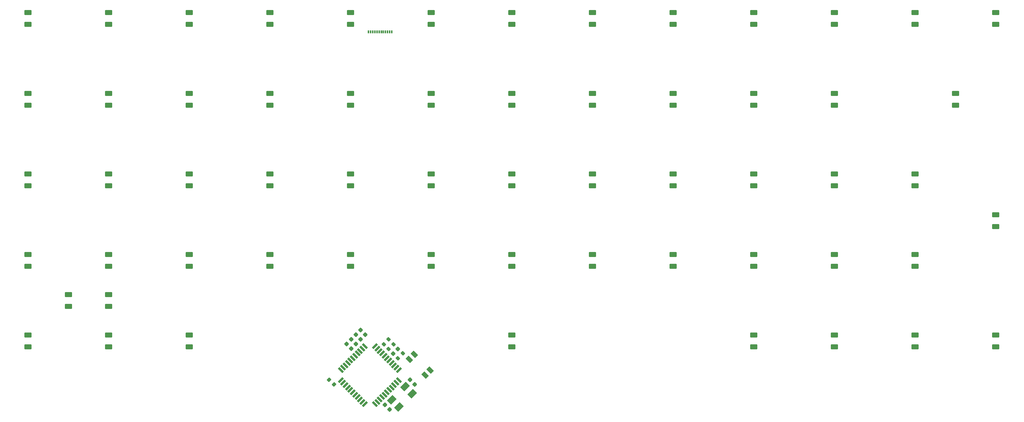
<source format=gbr>
%TF.GenerationSoftware,KiCad,Pcbnew,6.0.2-378541a8eb~116~ubuntu20.04.1*%
%TF.CreationDate,2022-02-22T21:10:33+00:00*%
%TF.ProjectId,Orthodox,4f727468-6f64-46f7-982e-6b696361645f,rev?*%
%TF.SameCoordinates,Original*%
%TF.FileFunction,Paste,Bot*%
%TF.FilePolarity,Positive*%
%FSLAX46Y46*%
G04 Gerber Fmt 4.6, Leading zero omitted, Abs format (unit mm)*
G04 Created by KiCad (PCBNEW 6.0.2-378541a8eb~116~ubuntu20.04.1) date 2022-02-22 21:10:33*
%MOMM*%
%LPD*%
G01*
G04 APERTURE LIST*
G04 Aperture macros list*
%AMRoundRect*
0 Rectangle with rounded corners*
0 $1 Rounding radius*
0 $2 $3 $4 $5 $6 $7 $8 $9 X,Y pos of 4 corners*
0 Add a 4 corners polygon primitive as box body*
4,1,4,$2,$3,$4,$5,$6,$7,$8,$9,$2,$3,0*
0 Add four circle primitives for the rounded corners*
1,1,$1+$1,$2,$3*
1,1,$1+$1,$4,$5*
1,1,$1+$1,$6,$7*
1,1,$1+$1,$8,$9*
0 Add four rect primitives between the rounded corners*
20,1,$1+$1,$2,$3,$4,$5,0*
20,1,$1+$1,$4,$5,$6,$7,0*
20,1,$1+$1,$6,$7,$8,$9,0*
20,1,$1+$1,$8,$9,$2,$3,0*%
%AMRotRect*
0 Rectangle, with rotation*
0 The origin of the aperture is its center*
0 $1 length*
0 $2 width*
0 $3 Rotation angle, in degrees counterclockwise*
0 Add horizontal line*
21,1,$1,$2,0,0,$3*%
G04 Aperture macros list end*
%ADD10RoundRect,0.250000X-0.625000X0.375000X-0.625000X-0.375000X0.625000X-0.375000X0.625000X0.375000X0*%
%ADD11RoundRect,0.200000X0.335876X0.053033X0.053033X0.335876X-0.335876X-0.053033X-0.053033X-0.335876X0*%
%ADD12R,0.350000X0.700000*%
%ADD13RoundRect,0.225000X0.335876X0.017678X0.017678X0.335876X-0.335876X-0.017678X-0.017678X-0.335876X0*%
%ADD14RotRect,1.500000X0.550000X225.000000*%
%ADD15RotRect,1.500000X0.550000X135.000000*%
%ADD16RoundRect,0.225000X-0.017678X0.335876X-0.335876X0.017678X0.017678X-0.335876X0.335876X-0.017678X0*%
%ADD17RoundRect,0.225000X0.017678X-0.335876X0.335876X-0.017678X-0.017678X0.335876X-0.335876X0.017678X0*%
%ADD18RoundRect,0.200000X-0.053033X0.335876X-0.335876X0.053033X0.053033X-0.335876X0.335876X-0.053033X0*%
%ADD19RotRect,1.550000X1.000000X135.000000*%
%ADD20RotRect,1.800000X1.400000X45.000000*%
%ADD21RoundRect,0.225000X-0.335876X-0.017678X-0.017678X-0.335876X0.335876X0.017678X0.017678X0.335876X0*%
G04 APERTURE END LIST*
D10*
%TO.C,D1*%
X97250000Y-85170000D03*
X97250000Y-87970000D03*
%TD*%
%TO.C,D6*%
X116300000Y-85170000D03*
X116300000Y-87970000D03*
%TD*%
%TO.C,D5*%
X116300000Y-161405000D03*
X116300000Y-164205000D03*
%TD*%
%TO.C,D9*%
X116300000Y-142355000D03*
X116300000Y-145155000D03*
%TD*%
%TO.C,D16*%
X154400000Y-85170000D03*
X154400000Y-87970000D03*
%TD*%
%TO.C,D27*%
X192500000Y-104237500D03*
X192500000Y-107037500D03*
%TD*%
%TO.C,D57*%
X316320000Y-104237500D03*
X316320000Y-107037500D03*
%TD*%
%TO.C,D54*%
X306800000Y-142355000D03*
X306800000Y-145155000D03*
%TD*%
%TO.C,D24*%
X173450000Y-142355000D03*
X173450000Y-145155000D03*
%TD*%
%TO.C,D14*%
X135350000Y-142355000D03*
X135350000Y-145155000D03*
%TD*%
%TO.C,D59*%
X97250000Y-161405000D03*
X97250000Y-164205000D03*
%TD*%
%TO.C,D20*%
X135350000Y-161405000D03*
X135350000Y-164205000D03*
%TD*%
%TO.C,D2*%
X97250000Y-104237500D03*
X97250000Y-107037500D03*
%TD*%
%TO.C,D3*%
X97250000Y-123305000D03*
X97250000Y-126105000D03*
%TD*%
%TO.C,D7*%
X116300000Y-104237500D03*
X116300000Y-107037500D03*
%TD*%
%TO.C,D8*%
X116300000Y-123305000D03*
X116300000Y-126105000D03*
%TD*%
%TO.C,D11*%
X135350000Y-85170000D03*
X135350000Y-87970000D03*
%TD*%
%TO.C,D12*%
X135350000Y-104237500D03*
X135350000Y-107037500D03*
%TD*%
%TO.C,D13*%
X135350000Y-123305000D03*
X135350000Y-126105000D03*
%TD*%
%TO.C,D15*%
X116300000Y-151880000D03*
X116300000Y-154680000D03*
%TD*%
%TO.C,D17*%
X154400000Y-104237500D03*
X154400000Y-107037500D03*
%TD*%
%TO.C,D18*%
X154400000Y-123305000D03*
X154400000Y-126105000D03*
%TD*%
%TO.C,D19*%
X154400000Y-142355000D03*
X154400000Y-145155000D03*
%TD*%
%TO.C,D21*%
X173450000Y-85170000D03*
X173450000Y-87970000D03*
%TD*%
%TO.C,D22*%
X173450000Y-104237500D03*
X173450000Y-107037500D03*
%TD*%
%TO.C,D23*%
X173450000Y-123305000D03*
X173450000Y-126105000D03*
%TD*%
%TO.C,D25*%
X211550000Y-161405000D03*
X211550000Y-164205000D03*
%TD*%
%TO.C,D26*%
X192500000Y-85170000D03*
X192500000Y-87970000D03*
%TD*%
%TO.C,D28*%
X192500000Y-123305000D03*
X192500000Y-126105000D03*
%TD*%
%TO.C,D29*%
X192500000Y-142355000D03*
X192500000Y-145155000D03*
%TD*%
%TO.C,D30*%
X211550000Y-85170000D03*
X211550000Y-87970000D03*
%TD*%
%TO.C,D31*%
X211550000Y-104237500D03*
X211550000Y-107037500D03*
%TD*%
%TO.C,D32*%
X211550000Y-123305000D03*
X211550000Y-126105000D03*
%TD*%
%TO.C,D33*%
X211550000Y-142355000D03*
X211550000Y-145155000D03*
%TD*%
%TO.C,D34*%
X230600000Y-85170000D03*
X230600000Y-87970000D03*
%TD*%
%TO.C,D35*%
X230600000Y-104237500D03*
X230600000Y-107037500D03*
%TD*%
%TO.C,D36*%
X230600000Y-123305000D03*
X230600000Y-126105000D03*
%TD*%
%TO.C,D37*%
X230600000Y-142355000D03*
X230600000Y-145155000D03*
%TD*%
%TO.C,D38*%
X249650000Y-85170000D03*
X249650000Y-87970000D03*
%TD*%
%TO.C,D39*%
X249650000Y-104237500D03*
X249650000Y-107037500D03*
%TD*%
%TO.C,D40*%
X249650000Y-123305000D03*
X249650000Y-126105000D03*
%TD*%
%TO.C,D41*%
X249650000Y-142355000D03*
X249650000Y-145155000D03*
%TD*%
%TO.C,D42*%
X268700000Y-85170000D03*
X268700000Y-87970000D03*
%TD*%
%TO.C,D43*%
X268700000Y-104237500D03*
X268700000Y-107037500D03*
%TD*%
%TO.C,D44*%
X268700000Y-123305000D03*
X268700000Y-126105000D03*
%TD*%
%TO.C,D45*%
X268700000Y-142355000D03*
X268700000Y-145155000D03*
%TD*%
%TO.C,D46*%
X268700000Y-161405000D03*
X268700000Y-164205000D03*
%TD*%
%TO.C,D47*%
X287750000Y-85170000D03*
X287750000Y-87970000D03*
%TD*%
%TO.C,D48*%
X287750000Y-104237500D03*
X287750000Y-107037500D03*
%TD*%
%TO.C,D49*%
X287750000Y-123305000D03*
X287750000Y-126105000D03*
%TD*%
%TO.C,D50*%
X287750000Y-142355000D03*
X287750000Y-145155000D03*
%TD*%
%TO.C,D51*%
X287750000Y-161405000D03*
X287750000Y-164205000D03*
%TD*%
%TO.C,D52*%
X306800000Y-85170000D03*
X306800000Y-87970000D03*
%TD*%
%TO.C,D53*%
X306800000Y-123305000D03*
X306800000Y-126105000D03*
%TD*%
%TO.C,D55*%
X306800000Y-161405000D03*
X306800000Y-164205000D03*
%TD*%
%TO.C,D56*%
X325850000Y-85170000D03*
X325850000Y-87970000D03*
%TD*%
%TO.C,D58*%
X325850000Y-132934999D03*
X325850000Y-135734999D03*
%TD*%
%TO.C,D60*%
X325850000Y-161405000D03*
X325850000Y-164205000D03*
%TD*%
%TO.C,D4*%
X97250000Y-142355000D03*
X97250000Y-145155000D03*
%TD*%
%TO.C,D10*%
X106775000Y-151880000D03*
X106775000Y-154680000D03*
%TD*%
D11*
%TO.C,R2*%
X169536726Y-173136726D03*
X168370000Y-171970000D03*
%TD*%
D12*
%TO.C,J1*%
X177660000Y-89730000D03*
X178160000Y-89730000D03*
X178660000Y-89730000D03*
X179160000Y-89730000D03*
X179660000Y-89730000D03*
X180160000Y-89730000D03*
X180660000Y-89730000D03*
X181160000Y-89730000D03*
X181660000Y-89730000D03*
X182160000Y-89730000D03*
X182660000Y-89730000D03*
X183160000Y-89730000D03*
%TD*%
D13*
%TO.C,C2*%
X188588008Y-173098008D03*
X187491992Y-172001992D03*
%TD*%
D14*
%TO.C,U1*%
X179172082Y-164071064D03*
X179737767Y-164636750D03*
X180303452Y-165202435D03*
X180869138Y-165768120D03*
X181434823Y-166333806D03*
X182000509Y-166899491D03*
X182566194Y-167465177D03*
X183131880Y-168030862D03*
X183697565Y-168596548D03*
X184263250Y-169162233D03*
X184828936Y-169727918D03*
D15*
X184828936Y-172132082D03*
X184263250Y-172697767D03*
X183697565Y-173263452D03*
X183131880Y-173829138D03*
X182566194Y-174394823D03*
X182000509Y-174960509D03*
X181434823Y-175526194D03*
X180869138Y-176091880D03*
X180303452Y-176657565D03*
X179737767Y-177223250D03*
X179172082Y-177788936D03*
D14*
X176767918Y-177788936D03*
X176202233Y-177223250D03*
X175636548Y-176657565D03*
X175070862Y-176091880D03*
X174505177Y-175526194D03*
X173939491Y-174960509D03*
X173373806Y-174394823D03*
X172808120Y-173829138D03*
X172242435Y-173263452D03*
X171676750Y-172697767D03*
X171111064Y-172132082D03*
D15*
X171111064Y-169727918D03*
X171676750Y-169162233D03*
X172242435Y-168596548D03*
X172808120Y-168030862D03*
X173373806Y-167465177D03*
X173939491Y-166899491D03*
X174505177Y-166333806D03*
X175070862Y-165768120D03*
X175636548Y-165202435D03*
X176202233Y-164636750D03*
X176767918Y-164071064D03*
%TD*%
D16*
%TO.C,C4*%
X174688008Y-163521992D03*
X173591992Y-164618008D03*
%TD*%
%TO.C,C7*%
X173588008Y-162401992D03*
X172491992Y-163498008D03*
%TD*%
D17*
%TO.C,C6*%
X175764332Y-162430348D03*
X176860348Y-161334332D03*
%TD*%
D18*
%TO.C,R4*%
X182433363Y-162476637D03*
X181266637Y-163643363D03*
%TD*%
D19*
%TO.C,SW61*%
X191008668Y-170903643D03*
X187296357Y-167191332D03*
X188498438Y-165989251D03*
X192210749Y-169701562D03*
%TD*%
D17*
%TO.C,C5*%
X174674331Y-161340347D03*
X175770347Y-160244331D03*
%TD*%
D18*
%TO.C,R1*%
X185743363Y-165776637D03*
X184576637Y-166943363D03*
%TD*%
D20*
%TO.C,Y1*%
X183160000Y-176750000D03*
X186271270Y-173638730D03*
X187968326Y-175335786D03*
X184857056Y-178447056D03*
%TD*%
D21*
%TO.C,C3*%
X181521992Y-177961992D03*
X182618008Y-179058008D03*
%TD*%
D18*
%TO.C,R3*%
X183543363Y-163586637D03*
X182376637Y-164753363D03*
%TD*%
D17*
%TO.C,C1*%
X183511992Y-165808008D03*
X184608008Y-164711992D03*
%TD*%
M02*

</source>
